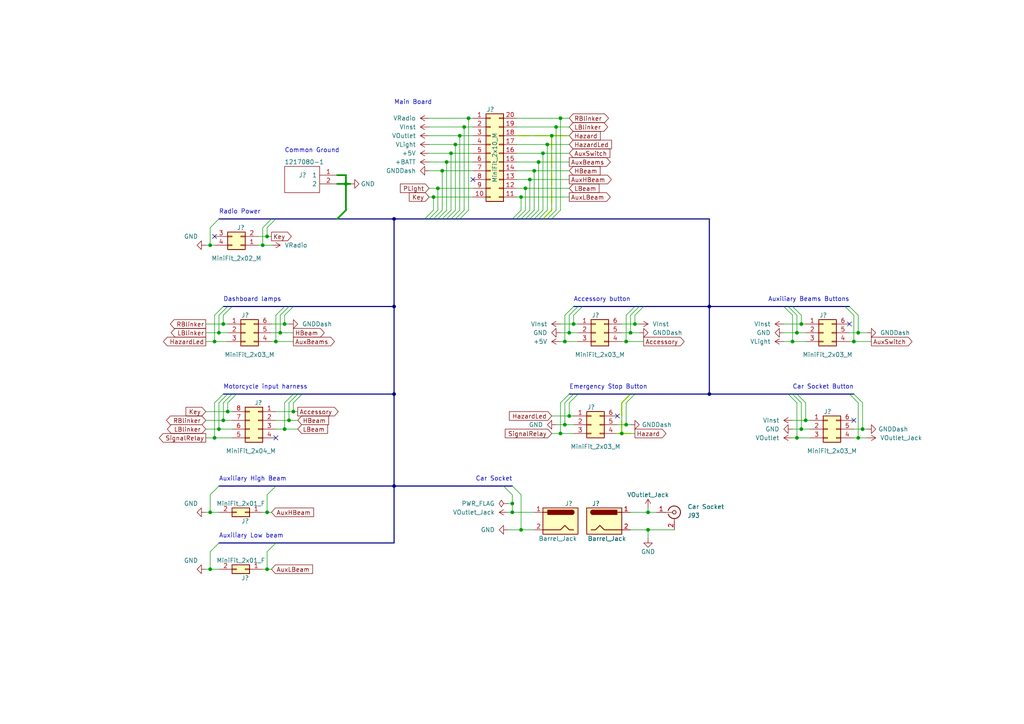
<source format=kicad_sch>
(kicad_sch (version 20230121) (generator eeschema)
  (paper "A4")
  (title_block (comment 1 "Wire gauge: 1mm² / 18AWG") (comment 3 "Labels at the cable harness are in reference to each connected component") (comment 4 "Labels are in reference to the local I/O scope boxes"))
  (lib_symbols
    (symbol "Connector:Barrel_Jack" (pin_names (offset 1.016))
      (property "Reference" "J" (at 0 5.334 0))
      (property "Value" "Barrel_Jack" (at 0 -5.08 0))
      (symbol "Barrel_Jack_1_1"
        (pin passive line (at 7.62 2.54 180) (length 2.54) (name "~") (number "1"))
        (pin passive line (at 7.62 -2.54 180) (length 2.54) (name "~") (number "2"))
      )
    )
    (symbol "Connector:Conn_Coaxial" (pin_names (offset 1.016) hide)
      (property "Reference" "J" (at 0.254 3.048 0))
      (property "Value" "Conn_Coaxial" (at 2.921 0 90))
      (symbol "Conn_Coaxial_1_1"
        (pin passive line (at -5.08 0 0) (length 2.54) (name "In") (number "1"))
        (pin passive line (at 0 -5.08 90) (length 2.54) (name "Ext") (number "2"))
      )
    )
    (symbol "Connector_Generic:Conn_02x01" (pin_names (offset 1.016) hide)
      (property "Reference" "J" (at 1.27 2.54 0))
      (property "Value" "Conn_02x01" (at 1.27 -2.54 0))
      (symbol "Conn_02x01_1_1"
        (pin passive line (at -5.08 0 0) (length 3.81) (name "Pin_1") (number "1"))
        (pin passive line (at 7.62 0 180) (length 3.81) (name "Pin_2") (number "2"))
      )
    )
    (symbol "Connector_Generic:Conn_02x02_Counter_Clockwise" (pin_names (offset 1.016) hide)
      (property "Reference" "J" (at 1.27 2.54 0))
      (property "Value" "Conn_02x02_Counter_Clockwise" (at 1.27 -5.08 0))
      (symbol "Conn_02x02_Counter_Clockwise_1_1"
        (pin passive line (at -5.08 0 0) (length 3.81) (name "Pin_1") (number "1"))
        (pin passive line (at -5.08 -2.54 0) (length 3.81) (name "Pin_2") (number "2"))
        (pin passive line (at 7.62 -2.54 180) (length 3.81) (name "Pin_3") (number "3"))
        (pin passive line (at 7.62 0 180) (length 3.81) (name "Pin_4") (number "4"))
      )
    )
    (symbol "Connector_Generic:Conn_02x03_Counter_Clockwise" (pin_names (offset 1.016) hide)
      (property "Reference" "J" (at 1.27 5.08 0))
      (property "Value" "Conn_02x03_Counter_Clockwise" (at 1.27 -5.08 0))
      (symbol "Conn_02x03_Counter_Clockwise_1_1"
        (pin passive line (at -5.08 2.54 0) (length 3.81) (name "Pin_1") (number "1"))
        (pin passive line (at -5.08 0 0) (length 3.81) (name "Pin_2") (number "2"))
        (pin passive line (at -5.08 -2.54 0) (length 3.81) (name "Pin_3") (number "3"))
        (pin passive line (at 7.62 -2.54 180) (length 3.81) (name "Pin_4") (number "4"))
        (pin passive line (at 7.62 0 180) (length 3.81) (name "Pin_5") (number "5"))
        (pin passive line (at 7.62 2.54 180) (length 3.81) (name "Pin_6") (number "6"))
      )
    )
    (symbol "Connector_Generic:Conn_02x04_Counter_Clockwise" (pin_names (offset 1.016) hide)
      (property "Reference" "J" (at 1.27 5.08 0))
      (property "Value" "Conn_02x04_Counter_Clockwise" (at 1.27 -7.62 0))
      (symbol "Conn_02x04_Counter_Clockwise_1_1"
        (pin passive line (at -5.08 2.54 0) (length 3.81) (name "Pin_1") (number "1"))
        (pin passive line (at -5.08 0 0) (length 3.81) (name "Pin_2") (number "2"))
        (pin passive line (at -5.08 -2.54 0) (length 3.81) (name "Pin_3") (number "3"))
        (pin passive line (at -5.08 -5.08 0) (length 3.81) (name "Pin_4") (number "4"))
        (pin passive line (at 7.62 -5.08 180) (length 3.81) (name "Pin_5") (number "5"))
        (pin passive line (at 7.62 -2.54 180) (length 3.81) (name "Pin_6") (number "6"))
        (pin passive line (at 7.62 0 180) (length 3.81) (name "Pin_7") (number "7"))
        (pin passive line (at 7.62 2.54 180) (length 3.81) (name "Pin_8") (number "8"))
      )
    )
    (symbol "Connector_Generic:Conn_02x10_Counter_Clockwise" (pin_names (offset 1.016) hide)
      (property "Reference" "J" (at 1.27 12.7 0))
      (property "Value" "Conn_02x10_Counter_Clockwise" (at 1.27 -15.24 0))
      (symbol "Conn_02x10_Counter_Clockwise_1_1"
        (pin passive line (at -5.08 10.16 0) (length 3.81) (name "Pin_1") (number "1"))
        (pin passive line (at -5.08 -12.7 0) (length 3.81) (name "Pin_10") (number "10"))
        (pin passive line (at 7.62 -12.7 180) (length 3.81) (name "Pin_11") (number "11"))
        (pin passive line (at 7.62 -10.16 180) (length 3.81) (name "Pin_12") (number "12"))
        (pin passive line (at 7.62 -7.62 180) (length 3.81) (name "Pin_13") (number "13"))
        (pin passive line (at 7.62 -5.08 180) (length 3.81) (name "Pin_14") (number "14"))
        (pin passive line (at 7.62 -2.54 180) (length 3.81) (name "Pin_15") (number "15"))
        (pin passive line (at 7.62 0 180) (length 3.81) (name "Pin_16") (number "16"))
        (pin passive line (at 7.62 2.54 180) (length 3.81) (name "Pin_17") (number "17"))
        (pin passive line (at 7.62 5.08 180) (length 3.81) (name "Pin_18") (number "18"))
        (pin passive line (at 7.62 7.62 180) (length 3.81) (name "Pin_19") (number "19"))
        (pin passive line (at -5.08 7.62 0) (length 3.81) (name "Pin_2") (number "2"))
        (pin passive line (at 7.62 10.16 180) (length 3.81) (name "Pin_20") (number "20"))
        (pin passive line (at -5.08 5.08 0) (length 3.81) (name "Pin_3") (number "3"))
        (pin passive line (at -5.08 2.54 0) (length 3.81) (name "Pin_4") (number "4"))
        (pin passive line (at -5.08 0 0) (length 3.81) (name "Pin_5") (number "5"))
        (pin passive line (at -5.08 -2.54 0) (length 3.81) (name "Pin_6") (number "6"))
        (pin passive line (at -5.08 -5.08 0) (length 3.81) (name "Pin_7") (number "7"))
        (pin passive line (at -5.08 -7.62 0) (length 3.81) (name "Pin_8") (number "8"))
        (pin passive line (at -5.08 -10.16 0) (length 3.81) (name "Pin_9") (number "9"))
      )
    )
    (symbol "GND_1" (power) (pin_names (offset 0))
      (property "Value" "GND_1" (at 0 -3.81 0))
      (symbol "GND_1_1_1"
        (pin power_in line (at 0 0 270) (length 0) hide (name "GND") (number "1"))
      )
    )
    (symbol "GND_2" (power) (pin_names (offset 0))
      (property "Value" "GND_2" (at 0 -3.81 0))
      (symbol "GND_2_1_1"
        (pin power_in line (at 0 0 270) (length 0) hide (name "GND") (number "1"))
      )
    )
    (symbol "GND_3" (power) (pin_names (offset 0))
      (property "Value" "GND_3" (at 0 -3.81 0))
      (symbol "GND_3_1_1"
        (pin power_in line (at 0 0 270) (length 0) hide (name "GND") (number "1"))
      )
    )
    (symbol "GND_6" (power) (pin_names (offset 0))
      (property "Value" "GND_6" (at 0 -3.81 0))
      (symbol "GND_6_1_1"
        (pin power_in line (at 0 0 270) (length 0) hide (name "GND") (number "1"))
      )
    )
    (symbol "GND_8" (power) (pin_names (offset 0))
      (property "Value" "GND_8" (at 0 -3.81 0))
      (symbol "GND_8_1_1"
        (pin power_in line (at 0 0 270) (length 0) hide (name "GND") (number "1"))
      )
    )
    (symbol "Local Components:GNDDash" (power) (pin_names (offset 0))
      (property "Value" "GNDDash" (at 0 -3.81 0))
      (symbol "GNDDash_1_1"
        (pin power_in line (at 0 0 270) (length 0) hide (name "GNDDash") (number "1"))
      )
    )
    (symbol "Local Components:VOutlet_Jack" (power) (pin_names (offset 0))
      (property "Value" "VOutlet_Jack" (at 0 3.556 0))
      (symbol "VOutlet_Jack_1_1"
        (pin power_in line (at 0 0 90) (length 0) hide (name "VOutlet_Jack") (number "1"))
      )
    )
    (symbol "Local Components:VRadio" (power) (pin_names (offset 0))
      (property "Value" "VRadio" (at 0 3.556 0))
      (symbol "VRadio_1_1"
        (pin power_in line (at 0 0 90) (length 0) hide (name "VRadio") (number "1"))
      )
    )
    (symbol "SamacSys_Parts:1217080-1" (pin_names (offset 0.762))
      (property "Reference" "J" (at 16.51 7.62 0))
      (property "Value" "1217080-1" (at 16.51 5.08 0))
      (symbol "1217080-1_0_0"
        (pin passive line (at 0 0 0) (length 5.08) (name "1") (number "1"))
        (pin passive line (at 0 -2.54 0) (length 5.08) (name "2") (number "2"))
      )
    )
    (symbol "VInst_2" (power) (pin_names (offset 0))
      (property "Value" "VInst_2" (at -3.81 0.0001 90))
      (symbol "VInst_2_1_1"
        (pin power_in line (at 0 0 90) (length 0) hide (name "VInst") (number "1"))
      )
    )
    (symbol "VLight_1" (power) (pin_names (offset 0))
      (property "Value" "VLight_1" (at -3.81 0.0001 90))
      (symbol "VLight_1_1_1"
        (pin power_in line (at 0 0 90) (length 0) hide (name "VLight") (number "1"))
      )
    )
    (symbol "VOutlet_1" (power) (pin_names (offset 0))
      (property "Value" "VOutlet_1" (at -3.81 0.0001 90))
      (symbol "VOutlet_1_1_1"
        (pin power_in line (at 0 0 90) (length 0) hide (name "VOutlet") (number "1"))
      )
    )
    (symbol "power:+5V" (power) (pin_names (offset 0))
      (property "Value" "+5V" (at 0 3.556 0))
      (symbol "+5V_1_1"
        (pin power_in line (at 0 0 90) (length 0) hide (name "+5V") (number "1"))
      )
    )
    (symbol "power:+BATT" (power) (pin_names (offset 0))
      (property "Value" "+BATT" (at 0 3.556 0))
      (symbol "+BATT_1_1"
        (pin power_in line (at 0 0 90) (length 0) hide (name "+BATT") (number "1"))
      )
    )
    (symbol "power:GND" (power) (pin_names (offset 0))
      (property "Value" "GND" (at 0 -3.81 0))
      (symbol "GND_1_1"
        (pin power_in line (at 0 0 270) (length 0) hide (name "GND") (number "1"))
      )
    )
    (symbol "power:PWR_FLAG" (power) (pin_numbers hide) (pin_names (offset 0) hide)
      (property "Value" "PWR_FLAG" (at 0 3.81 0))
      (symbol "PWR_FLAG_0_0"
        (pin power_out line (at 0 0 90) (length 0) (name "pwr") (number "1"))
      )
    )
  )
  (junction (at 157.48 44.45))
  (junction (at 180.34 125.73))
  (junction (at 231.14 96.52))
  (junction (at 128.27 49.53))
  (junction (at 165.1 120.65))
  (junction (at 60.96 71.12))
  (junction (at 163.83 99.06))
  (junction (at 181.61 99.06))
  (junction (at 229.87 99.06))
  (junction (at 64.77 93.98))
  (junction (at 165.1 96.52))
  (junction (at 184.15 93.98))
  (junction (at 81.28 96.52))
  (junction (at 114.3 88.9))
  (junction (at 63.5 96.52))
  (junction (at 82.55 124.46))
  (junction (at 148.59 146.05))
  (junction (at 135.89 34.29))
  (junction (at 187.96 153.67))
  (junction (at 166.37 93.98))
  (junction (at 66.04 119.38))
  (junction (at 161.29 36.83))
  (junction (at 114.3 140.97))
  (junction (at 205.74 88.9))
  (junction (at 77.47 148.59))
  (junction (at 156.21 46.99))
  (junction (at 129.54 46.99))
  (junction (at 114.3 63.5))
  (junction (at 248.92 127))
  (junction (at 232.41 124.46))
  (junction (at 250.19 124.46))
  (junction (at 231.14 127))
  (junction (at 82.55 93.98))
  (junction (at 83.82 121.92))
  (junction (at 151.13 57.15))
  (junction (at 80.01 99.06))
  (junction (at 153.67 52.07))
  (junction (at 60.96 165.1))
  (junction (at 77.47 165.1))
  (junction (at 181.61 123.19))
  (junction (at 160.02 39.37))
  (junction (at 127 54.61))
  (junction (at 62.23 127))
  (junction (at 158.75 41.91))
  (junction (at 85.09 119.38))
  (junction (at 130.81 44.45))
  (junction (at 125.73 57.15))
  (junction (at 76.2 71.12))
  (junction (at 64.77 121.92))
  (junction (at 162.56 125.73))
  (junction (at 187.96 148.59))
  (junction (at 247.65 99.06))
  (junction (at 60.96 148.59))
  (junction (at 232.41 93.98))
  (junction (at 154.94 49.53))
  (junction (at 248.92 96.52))
  (junction (at 148.59 148.59))
  (junction (at 114.3 114.3))
  (junction (at 132.08 41.91))
  (junction (at 163.83 123.19))
  (junction (at 152.4 54.61))
  (junction (at 151.13 153.67))
  (junction (at 133.35 39.37))
  (junction (at 100.33 53.34))
  (junction (at 62.23 99.06))
  (junction (at 182.88 96.52))
  (junction (at 63.5 124.46))
  (junction (at 77.47 68.58))
  (junction (at 233.68 121.92))
  (junction (at 162.56 34.29))
  (junction (at 134.62 36.83))
  (junction (at 205.74 114.3))
  (no_connect (at 62.23 68.58))
  (no_connect (at 247.65 121.92))
  (no_connect (at 179.07 120.65))
  (no_connect (at 80.01 127))
  (no_connect (at 246.38 93.98))
  (no_connect (at 137.16 52.07))
  (bus_entry (at 246.38 88.9) (size 2.54 2.54))
  (bus_entry (at 151.13 63.5) (size 2.54 -2.54))
  (bus_entry (at 128.27 63.5) (size 2.54 -2.54))
  (bus_entry (at 129.54 63.5) (size 2.54 -2.54))
  (bus_entry (at 165.1 91.44) (size 2.54 -2.54))
  (bus_entry (at 125.73 63.5) (size 2.54 -2.54))
  (bus_entry (at 231.14 114.3) (size 2.54 2.54))
  (bus_entry (at 85.09 116.84) (size 2.54 -2.54))
  (bus_entry (at 167.64 114.3) (size -2.54 2.54))
  (bus_entry (at 63.5 140.97) (size -2.54 2.54))
  (bus_entry (at 97.79 63.5) (size 2.54 -2.54) (stroke (width 0.5)))
  (bus_entry (at 163.83 91.44) (size 2.54 -2.54))
  (bus_entry (at 247.65 114.3) (size 2.54 2.54))
  (bus_entry (at 229.87 88.9) (size 2.54 2.54))
  (bus_entry (at 157.48 63.5) (size 2.54 -2.54))
  (bus_entry (at 152.4 63.5) (size 2.54 -2.54))
  (bus_entry (at 124.46 63.5) (size 2.54 -2.54))
  (bus_entry (at 181.61 91.44) (size 2.54 -2.54))
  (bus_entry (at 80.01 157.48) (size -2.54 2.54))
  (bus_entry (at 245.11 88.9) (size 2.54 2.54))
  (bus_entry (at 160.02 63.5) (size 2.54 -2.54))
  (bus_entry (at 154.94 63.5) (size 2.54 -2.54))
  (bus_entry (at 130.81 63.5) (size 2.54 -2.54))
  (bus_entry (at 148.59 63.5) (size 2.54 -2.54))
  (bus_entry (at 182.88 91.44) (size 2.54 -2.54))
  (bus_entry (at 67.31 88.9) (size -2.54 2.54))
  (bus_entry (at 228.6 88.9) (size 2.54 2.54))
  (bus_entry (at 133.35 63.5) (size 2.54 -2.54))
  (bus_entry (at 127 63.5) (size 2.54 -2.54))
  (bus_entry (at 63.5 63.5) (size -2.54 2.54))
  (bus_entry (at 184.15 91.44) (size 2.54 -2.54))
  (bus_entry (at 229.87 114.3) (size 2.54 2.54))
  (bus_entry (at 82.55 116.84) (size 2.54 -2.54))
  (bus_entry (at 153.67 63.5) (size 2.54 -2.54))
  (bus_entry (at 165.1 114.3) (size -2.54 2.54))
  (bus_entry (at 158.75 63.5) (size 2.54 -2.54))
  (bus_entry (at 80.01 63.5) (size -2.54 2.54))
  (bus_entry (at 81.28 91.44) (size 2.54 -2.54))
  (bus_entry (at 146.05 140.97) (size 2.54 2.54))
  (bus_entry (at 80.01 91.44) (size 2.54 -2.54))
  (bus_entry (at 62.23 116.84) (size 2.54 -2.54))
  (bus_entry (at 166.37 91.44) (size 2.54 -2.54))
  (bus_entry (at 132.08 63.5) (size 2.54 -2.54))
  (bus_entry (at 85.09 88.9) (size -2.54 2.54))
  (bus_entry (at 148.59 140.97) (size 2.54 2.54))
  (bus_entry (at 66.04 116.84) (size 2.54 -2.54))
  (bus_entry (at 64.77 88.9) (size -2.54 2.54))
  (bus_entry (at 228.6 114.3) (size 2.54 2.54))
  (bus_entry (at 246.38 114.3) (size 2.54 2.54))
  (bus_entry (at 83.82 116.84) (size 2.54 -2.54))
  (bus_entry (at 63.5 157.48) (size -2.54 2.54))
  (bus_entry (at 166.37 114.3) (size -2.54 2.54))
  (bus_entry (at 227.33 88.9) (size 2.54 2.54))
  (bus_entry (at 156.21 63.5) (size 2.54 -2.54))
  (bus_entry (at 66.04 88.9) (size -2.54 2.54))
  (bus_entry (at 63.5 116.84) (size 2.54 -2.54))
  (bus_entry (at 182.88 114.3) (size -2.54 2.54))
  (bus_entry (at 78.74 63.5) (size -2.54 2.54))
  (bus_entry (at 64.77 116.84) (size 2.54 -2.54))
  (bus_entry (at 80.01 140.97) (size -2.54 2.54))
  (bus_entry (at 123.19 63.5) (size 2.54 -2.54))
  (bus_entry (at 184.15 114.3) (size -2.54 2.54))
  (bus_entry (at 149.86 63.5) (size 2.54 -2.54))
  (wire (pts (xy 179.07 125.73) (xy 180.34 125.73)))
  (bus (pts (xy 80.01 63.5) (xy 78.74 63.5)))
  (wire (pts (xy 162.56 99.06) (xy 163.83 99.06)))
  (wire (pts (xy 231.14 127) (xy 234.95 127)))
  (wire (pts (xy 85.09 116.84) (xy 85.09 119.38)))
  (wire (pts (xy 62.23 99.06) (xy 66.04 99.06)))
  (wire (pts (xy 181.61 99.06) (xy 186.69 99.06)))
  (bus (pts (xy 114.3 88.9) (xy 114.3 114.3)))
  (wire (pts (xy 80.01 91.44) (xy 80.01 99.06)))
  (wire (pts (xy 63.5 96.52) (xy 66.04 96.52)))
  (bus (pts (xy 124.46 63.5) (xy 125.73 63.5)))
  (wire (pts (xy 163.83 123.19) (xy 163.83 116.84)))
  (bus (pts (xy 114.3 63.5) (xy 114.3 88.9)))
  (bus (pts (xy 245.11 88.9) (xy 246.38 88.9)))
  (wire (pts (xy 165.1 120.65) (xy 166.37 120.65)))
  (wire (pts (xy 160.02 39.37) (xy 160.02 60.96)))
  (bus (pts (xy 68.58 114.3) (xy 85.09 114.3)))
  (wire (pts (xy 63.5 165.1) (xy 60.96 165.1)))
  (bus (pts (xy 97.79 63.5) (xy 114.3 63.5)))
  (bus (pts (xy 66.04 114.3) (xy 67.31 114.3)))
  (wire (pts (xy 147.32 148.59) (xy 148.59 148.59)))
  (bus (pts (xy 231.14 114.3) (xy 246.38 114.3)))
  (wire (pts (xy 66.04 119.38) (xy 66.04 116.84)))
  (wire (pts (xy 82.55 116.84) (xy 82.55 124.46)))
  (wire (pts (xy 77.47 148.59) (xy 76.2 148.59)))
  (bus (pts (xy 184.15 114.3) (xy 205.74 114.3)))
  (wire (pts (xy 147.32 153.67) (xy 151.13 153.67)))
  (wire (pts (xy 78.74 165.1) (xy 77.47 165.1)))
  (bus (pts (xy 82.55 88.9) (xy 83.82 88.9)))
  (bus (pts (xy 80.01 140.97) (xy 114.3 140.97)))
  (wire (pts (xy 78.74 71.12) (xy 76.2 71.12)))
  (wire (pts (xy 149.86 57.15) (xy 151.13 57.15)))
  (bus (pts (xy 166.37 114.3) (xy 167.64 114.3)))
  (wire (pts (xy 233.68 121.92) (xy 234.95 121.92)))
  (bus (pts (xy 153.67 63.5) (xy 154.94 63.5)))
  (bus (pts (xy 68.58 114.3) (xy 67.31 114.3)))
  (wire (pts (xy 127 54.61) (xy 137.16 54.61)))
  (wire (pts (xy 82.55 91.44) (xy 82.55 93.98)))
  (wire (pts (xy 128.27 49.53) (xy 137.16 49.53)))
  (bus (pts (xy 114.3 114.3) (xy 114.3 140.97)))
  (polyline (pts (xy 180.34 116.84) (xy 180.34 125.73)) (stroke (width 0.35) (type dash) (color 255 255 0 1)))
  (wire (pts (xy 165.1 34.29) (xy 162.56 34.29)))
  (bus (pts (xy 151.13 63.5) (xy 152.4 63.5)))
  (wire (pts (xy 250.19 124.46) (xy 251.46 124.46)))
  (bus (pts (xy 66.04 88.9) (xy 67.31 88.9)))
  (bus (pts (xy 148.59 63.5) (xy 149.86 63.5)))
  (wire (pts (xy 232.41 116.84) (xy 232.41 124.46)))
  (wire (pts (xy 162.56 96.52) (xy 165.1 96.52)))
  (wire (pts (xy 248.92 116.84) (xy 248.92 127)))
  (bus (pts (xy 133.35 63.5) (xy 148.59 63.5)))
  (wire (pts (xy 124.46 49.53) (xy 128.27 49.53)))
  (wire (pts (xy 229.87 99.06) (xy 233.68 99.06)))
  (bus (pts (xy 80.01 63.5) (xy 97.79 63.5)))
  (wire (pts (xy 248.92 91.44) (xy 248.92 96.52)))
  (wire (pts (xy 62.23 71.12) (xy 60.96 71.12)))
  (wire (pts (xy 77.47 165.1) (xy 76.2 165.1)))
  (wire (pts (xy 130.81 44.45) (xy 137.16 44.45)))
  (wire (pts (xy 62.23 116.84) (xy 62.23 127)))
  (wire (pts (xy 247.65 99.06) (xy 252.73 99.06)))
  (bus (pts (xy 129.54 63.5) (xy 130.81 63.5)))
  (bus (pts (xy 63.5 157.48) (xy 80.01 157.48)))
  (wire (pts (xy 59.69 96.52) (xy 63.5 96.52)))
  (wire (pts (xy 149.86 44.45) (xy 157.48 44.45)))
  (wire (pts (xy 162.56 116.84) (xy 162.56 125.73)))
  (bus (pts (xy 165.1 114.3) (xy 166.37 114.3)))
  (bus (pts (xy 114.3 63.5) (xy 123.19 63.5)))
  (wire (pts (xy 149.86 41.91) (xy 158.75 41.91)))
  (wire (pts (xy 184.15 93.98) (xy 185.42 93.98)))
  (bus (pts (xy 158.75 63.5) (xy 160.02 63.5)))
  (bus (pts (xy 157.48 63.5) (xy 158.75 63.5)))
  (wire (pts (xy 248.92 127) (xy 251.46 127)))
  (wire (pts (xy 181.61 91.44) (xy 181.61 99.06)))
  (wire (pts (xy 157.48 44.45) (xy 165.1 44.45)))
  (wire (pts (xy 180.34 116.84) (xy 180.34 125.73)))
  (wire (pts (xy 81.28 96.52) (xy 85.09 96.52)))
  (wire (pts (xy 60.96 165.1) (xy 60.96 160.02)))
  (bus (pts (xy 86.36 114.3) (xy 87.63 114.3)))
  (wire (pts (xy 76.2 71.12) (xy 74.93 71.12)))
  (wire (pts (xy 124.46 44.45) (xy 130.81 44.45)))
  (wire (pts (xy 124.46 54.61) (xy 127 54.61)))
  (wire (pts (xy 59.69 119.38) (xy 66.04 119.38)))
  (bus (pts (xy 80.01 157.48) (xy 114.3 157.48)))
  (wire (pts (xy 62.23 91.44) (xy 62.23 99.06)))
  (bus (pts (xy 128.27 63.5) (xy 129.54 63.5)))
  (wire (pts (xy 77.47 165.1) (xy 77.47 160.02)))
  (polyline (pts (xy 179.07 125.73) (xy 182.88 125.73)) (stroke (width 0.35) (type dash) (color 255 255 0 1)))
  (wire (pts (xy 165.1 96.52) (xy 167.64 96.52)))
  (bus (pts (xy 63.5 140.97) (xy 80.01 140.97)))
  (wire (pts (xy 60.96 66.04) (xy 60.96 71.12)))
  (wire (pts (xy 247.65 124.46) (xy 250.19 124.46)))
  (wire (pts (xy 156.21 46.99) (xy 156.21 60.96)))
  (wire (pts (xy 124.46 39.37) (xy 133.35 39.37)))
  (bus (pts (xy 152.4 63.5) (xy 153.67 63.5)))
  (wire (pts (xy 59.69 71.12) (xy 60.96 71.12)))
  (wire (pts (xy 187.96 156.21) (xy 187.96 153.67)))
  (polyline (pts (xy 160.02 39.37) (xy 160.02 60.96)) (stroke (width 0.35) (type dash) (color 255 255 0 1)))
  (wire (pts (xy 133.35 39.37) (xy 137.16 39.37)))
  (wire (pts (xy 165.1 39.37) (xy 160.02 39.37)))
  (wire (pts (xy 127 54.61) (xy 127 60.96)))
  (wire (pts (xy 158.75 41.91) (xy 158.75 60.96)))
  (wire (pts (xy 62.23 127) (xy 67.31 127)))
  (wire (pts (xy 124.46 34.29) (xy 135.89 34.29)))
  (wire (pts (xy 165.1 36.83) (xy 161.29 36.83)))
  (wire (pts (xy 182.88 148.59) (xy 187.96 148.59)))
  (wire (pts (xy 80.01 124.46) (xy 82.55 124.46)))
  (wire (pts (xy 163.83 123.19) (xy 166.37 123.19)))
  (wire (pts (xy 182.88 91.44) (xy 182.88 96.52)))
  (wire (pts (xy 60.96 165.1) (xy 59.69 165.1)))
  (polyline (pts (xy 157.48 63.5) (xy 160.02 60.96)) (stroke (width 0.35) (type dash) (color 255 255 0 1)))
  (wire (pts (xy 149.86 46.99) (xy 156.21 46.99)))
  (wire (pts (xy 149.86 39.37) (xy 160.02 39.37)))
  (wire (pts (xy 64.77 91.44) (xy 64.77 93.98)))
  (wire (pts (xy 128.27 49.53) (xy 128.27 60.96)))
  (wire (pts (xy 165.1 46.99) (xy 156.21 46.99)))
  (wire (pts (xy 180.34 125.73) (xy 184.15 125.73)))
  (wire (pts (xy 166.37 93.98) (xy 167.64 93.98)))
  (wire (pts (xy 124.46 36.83) (xy 134.62 36.83)))
  (wire (pts (xy 63.5 148.59) (xy 60.96 148.59)))
  (wire (pts (xy 80.01 121.92) (xy 83.82 121.92)))
  (wire (pts (xy 59.69 121.92) (xy 64.77 121.92)))
  (wire (pts (xy 152.4 54.61) (xy 152.4 60.96)))
  (wire (pts (xy 182.88 123.19) (xy 181.61 123.19)))
  (wire (pts (xy 64.77 121.92) (xy 67.31 121.92)))
  (bus (pts (xy 205.74 63.5) (xy 205.74 88.9)))
  (wire (pts (xy 166.37 91.44) (xy 166.37 93.98)))
  (wire (pts (xy 165.1 91.44) (xy 165.1 96.52)))
  (wire (pts (xy 232.41 93.98) (xy 233.68 93.98)))
  (wire (pts (xy 151.13 143.51) (xy 151.13 153.67)))
  (bus (pts (xy 228.6 114.3) (xy 229.87 114.3)))
  (wire (pts (xy 153.67 52.07) (xy 153.67 60.96)))
  (wire (pts (xy 181.61 116.84) (xy 181.61 123.19)))
  (wire (pts (xy 154.94 49.53) (xy 154.94 60.96)))
  (wire (pts (xy 83.82 121.92) (xy 86.36 121.92)))
  (bus (pts (xy 85.09 88.9) (xy 83.82 88.9)))
  (bus (pts (xy 67.31 88.9) (xy 82.55 88.9)))
  (bus (pts (xy 186.69 88.9) (xy 205.74 88.9)))
  (bus (pts (xy 246.38 114.3) (xy 247.65 114.3)))
  (wire (pts (xy 229.87 124.46) (xy 232.41 124.46)))
  (wire (pts (xy 59.69 127) (xy 62.23 127)))
  (wire (pts (xy 190.5 148.59) (xy 187.96 148.59)))
  (wire (pts (xy 165.1 120.65) (xy 165.1 116.84)))
  (wire (pts (xy 100.33 50.8) (xy 100.33 53.34)) (stroke (width 0.5)))
  (bus (pts (xy 114.3 140.97) (xy 114.3 157.48)))
  (bus (pts (xy 228.6 88.9) (xy 229.87 88.9)))
  (wire (pts (xy 162.56 34.29) (xy 162.56 60.96)))
  (bus (pts (xy 114.3 114.3) (xy 87.63 114.3)))
  (wire (pts (xy 247.65 91.44) (xy 247.65 99.06)))
  (bus (pts (xy 85.09 88.9) (xy 114.3 88.9)))
  (wire (pts (xy 227.33 96.52) (xy 231.14 96.52)))
  (wire (pts (xy 229.87 91.44) (xy 229.87 99.06)))
  (wire (pts (xy 246.38 99.06) (xy 247.65 99.06)))
  (wire (pts (xy 231.14 116.84) (xy 231.14 127)))
  (bus (pts (xy 123.19 63.5) (xy 124.46 63.5)))
  (wire (pts (xy 180.34 93.98) (xy 184.15 93.98)))
  (bus (pts (xy 184.15 88.9) (xy 185.42 88.9)))
  (wire (pts (xy 149.86 34.29) (xy 162.56 34.29)))
  (wire (pts (xy 162.56 93.98) (xy 166.37 93.98)))
  (bus (pts (xy 166.37 88.9) (xy 167.64 88.9)))
  (bus (pts (xy 205.74 88.9) (xy 205.74 114.3)))
  (wire (pts (xy 148.59 143.51) (xy 148.59 146.05)))
  (wire (pts (xy 64.77 116.84) (xy 64.77 121.92)))
  (wire (pts (xy 132.08 41.91) (xy 132.08 60.96)))
  (wire (pts (xy 134.62 36.83) (xy 134.62 60.96)))
  (wire (pts (xy 157.48 44.45) (xy 157.48 60.96)))
  (wire (pts (xy 227.33 99.06) (xy 229.87 99.06)))
  (wire (pts (xy 160.02 120.65) (xy 165.1 120.65)))
  (bus (pts (xy 64.77 114.3) (xy 66.04 114.3)))
  (bus (pts (xy 205.74 88.9) (xy 227.33 88.9)))
  (wire (pts (xy 250.19 116.84) (xy 250.19 124.46)))
  (bus (pts (xy 156.21 63.5) (xy 157.48 63.5)))
  (wire (pts (xy 148.59 146.05) (xy 147.32 146.05)))
  (wire (pts (xy 162.56 125.73) (xy 166.37 125.73)))
  (wire (pts (xy 187.96 147.32) (xy 187.96 148.59)))
  (wire (pts (xy 77.47 66.04) (xy 77.47 68.58)))
  (wire (pts (xy 247.65 127) (xy 248.92 127)))
  (wire (pts (xy 181.61 123.19) (xy 179.07 123.19)))
  (wire (pts (xy 231.14 96.52) (xy 233.68 96.52)))
  (wire (pts (xy 160.02 125.73) (xy 162.56 125.73)))
  (bus (pts (xy 182.88 114.3) (xy 184.15 114.3)))
  (wire (pts (xy 59.69 93.98) (xy 64.77 93.98)))
  (wire (pts (xy 125.73 57.15) (xy 125.73 60.96)))
  (wire (pts (xy 124.46 57.15) (xy 125.73 57.15)))
  (wire (pts (xy 227.33 93.98) (xy 232.41 93.98)))
  (wire (pts (xy 63.5 124.46) (xy 67.31 124.46)))
  (wire (pts (xy 82.55 124.46) (xy 86.36 124.46)))
  (bus (pts (xy 114.3 140.97) (xy 146.05 140.97)))
  (wire (pts (xy 135.89 34.29) (xy 135.89 60.96)))
  (wire (pts (xy 80.01 119.38) (xy 85.09 119.38)))
  (wire (pts (xy 78.74 148.59) (xy 77.47 148.59)))
  (wire (pts (xy 246.38 96.52) (xy 248.92 96.52)))
  (wire (pts (xy 77.47 68.58) (xy 74.93 68.58)))
  (bus (pts (xy 85.09 114.3) (xy 86.36 114.3)))
  (wire (pts (xy 97.79 50.8) (xy 100.33 50.8)) (stroke (width 0.5)))
  (bus (pts (xy 167.64 114.3) (xy 182.88 114.3)))
  (wire (pts (xy 187.96 153.67) (xy 195.58 153.67)))
  (bus (pts (xy 132.08 63.5) (xy 133.35 63.5)))
  (wire (pts (xy 148.59 148.59) (xy 154.94 148.59)))
  (bus (pts (xy 146.05 140.97) (xy 148.59 140.97)))
  (wire (pts (xy 134.62 36.83) (xy 137.16 36.83)))
  (wire (pts (xy 81.28 91.44) (xy 81.28 96.52)))
  (wire (pts (xy 78.74 68.58) (xy 77.47 68.58)))
  (wire (pts (xy 184.15 91.44) (xy 184.15 93.98)))
  (wire (pts (xy 97.79 53.34) (xy 100.33 53.34)) (stroke (width 0.5)))
  (bus (pts (xy 127 63.5) (xy 128.27 63.5)))
  (wire (pts (xy 63.5 116.84) (xy 63.5 124.46)))
  (bus (pts (xy 64.77 88.9) (xy 66.04 88.9)))
  (wire (pts (xy 232.41 124.46) (xy 234.95 124.46)))
  (wire (pts (xy 135.89 34.29) (xy 137.16 34.29)))
  (bus (pts (xy 154.94 63.5) (xy 156.21 63.5)))
  (wire (pts (xy 248.92 96.52) (xy 251.46 96.52)))
  (wire (pts (xy 76.2 66.04) (xy 76.2 71.12)))
  (polyline (pts (xy 149.86 39.37) (xy 165.1 39.37)) (stroke (width 0.35) (type dash) (color 255 255 0 1)))
  (wire (pts (xy 149.86 52.07) (xy 153.67 52.07)))
  (wire (pts (xy 182.88 153.67) (xy 187.96 153.67)))
  (wire (pts (xy 129.54 46.99) (xy 129.54 60.96)))
  (wire (pts (xy 80.01 99.06) (xy 85.09 99.06)))
  (wire (pts (xy 82.55 93.98) (xy 83.82 93.98)))
  (wire (pts (xy 63.5 91.44) (xy 63.5 96.52)))
  (polyline (pts (xy 180.34 116.84) (xy 182.88 114.3)) (stroke (width 0.35) (type dash) (color 255 255 0 1)))
  (wire (pts (xy 152.4 54.61) (xy 149.86 54.61)))
  (bus (pts (xy 229.87 114.3) (xy 231.14 114.3)))
  (wire (pts (xy 148.59 146.05) (xy 148.59 148.59)))
  (wire (pts (xy 232.41 91.44) (xy 232.41 93.98)))
  (wire (pts (xy 60.96 148.59) (xy 60.96 143.51)))
  (bus (pts (xy 229.87 88.9) (xy 245.11 88.9)))
  (wire (pts (xy 83.82 116.84) (xy 83.82 121.92)))
  (wire (pts (xy 124.46 41.91) (xy 132.08 41.91)))
  (wire (pts (xy 151.13 57.15) (xy 165.1 57.15)))
  (wire (pts (xy 180.34 96.52) (xy 182.88 96.52)))
  (wire (pts (xy 229.87 121.92) (xy 233.68 121.92)))
  (wire (pts (xy 161.29 123.19) (xy 163.83 123.19)))
  (bus (pts (xy 130.81 63.5) (xy 132.08 63.5)))
  (bus (pts (xy 63.5 63.5) (xy 78.74 63.5)))
  (wire (pts (xy 161.29 36.83) (xy 161.29 60.96)))
  (wire (pts (xy 233.68 116.84) (xy 233.68 121.92)))
  (wire (pts (xy 182.88 96.52) (xy 185.42 96.52)))
  (wire (pts (xy 78.74 96.52) (xy 81.28 96.52)))
  (bus (pts (xy 125.73 63.5) (xy 127 63.5)))
  (wire (pts (xy 66.04 119.38) (xy 67.31 119.38)))
  (wire (pts (xy 151.13 57.15) (xy 151.13 60.96)))
  (wire (pts (xy 231.14 91.44) (xy 231.14 96.52)))
  (wire (pts (xy 124.46 46.99) (xy 129.54 46.99)))
  (bus (pts (xy 205.74 114.3) (xy 228.6 114.3)))
  (wire (pts (xy 165.1 54.61) (xy 152.4 54.61)))
  (wire (pts (xy 132.08 41.91) (xy 137.16 41.91)))
  (bus (pts (xy 167.64 88.9) (xy 168.91 88.9)))
  (wire (pts (xy 163.83 99.06) (xy 167.64 99.06)))
  (wire (pts (xy 59.69 124.46) (xy 63.5 124.46)))
  (wire (pts (xy 59.69 99.06) (xy 62.23 99.06)))
  (bus (pts (xy 160.02 63.5) (xy 205.74 63.5)))
  (wire (pts (xy 78.74 99.06) (xy 80.01 99.06)))
  (bus (pts (xy 227.33 88.9) (xy 228.6 88.9)))
  (wire (pts (xy 149.86 36.83) (xy 161.29 36.83)))
  (wire (pts (xy 154.94 49.53) (xy 165.1 49.53)))
  (wire (pts (xy 85.09 119.38) (xy 86.36 119.38)))
  (wire (pts (xy 153.67 52.07) (xy 165.1 52.07)))
  (wire (pts (xy 137.16 46.99) (xy 129.54 46.99)))
  (wire (pts (xy 149.86 49.53) (xy 154.94 49.53)))
  (wire (pts (xy 133.35 39.37) (xy 133.35 60.96)))
  (wire (pts (xy 163.83 91.44) (xy 163.83 99.06)))
  (wire (pts (xy 100.33 53.34) (xy 100.33 60.96)) (stroke (width 0.5)))
  (wire (pts (xy 60.96 148.59) (xy 59.69 148.59)))
  (bus (pts (xy 149.86 63.5) (xy 151.13 63.5)))
  (wire (pts (xy 78.74 93.98) (xy 82.55 93.98)))
  (wire (pts (xy 158.75 41.91) (xy 165.1 41.91)))
  (wire (pts (xy 125.73 57.15) (xy 137.16 57.15)))
  (wire (pts (xy 180.34 99.06) (xy 181.61 99.06)))
  (wire (pts (xy 130.81 44.45) (xy 130.81 60.96)))
  (wire (pts (xy 151.13 153.67) (xy 154.94 153.67)))
  (wire (pts (xy 77.47 148.59) (xy 77.47 143.51)))
  (bus (pts (xy 168.91 88.9) (xy 184.15 88.9)))
  (wire (pts (xy 229.87 127) (xy 231.14 127)))
  (bus (pts (xy 185.42 88.9) (xy 186.69 88.9)))
  (wire (pts (xy 64.77 93.98) (xy 66.04 93.98)))
  (wire (pts (xy 100.33 53.34) (xy 101.6 53.34)) (stroke (width 0.5)))
  (text "Radio Power" (at 63.5 62.23 0) (effects (font (size 1.27 1.27)) (justify left bottom)))
  (text "Car Socket Button" (at 247.65 113.03 0) (effects (font (size 1.27 1.27)) (justify right bottom)))
  (text "Main Board" (at 114.3 30.48 0) (effects (font (size 1.27 1.27)) (justify left bottom)))
  (text "Accessory button" (at 166.37 87.63 0) (effects (font (size 1.27 1.27)) (justify left bottom)))
  (text "Auxiliary Beams Buttons" (at 246.38 87.63 0) (effects (font (size 1.27 1.27)) (justify right bottom)))
  (text "Car Socket" (at 148.59 139.7 0) (effects (font (size 1.27 1.27)) (justify right bottom)))
  (text "Auxiliary Low beam" (at 63.5 156.21 0) (effects (font (size 1.27 1.27)) (justify left bottom)))
  (text "Dashboard lamps" (at 64.77 87.63 0) (effects (font (size 1.27 1.27)) (justify left bottom)))
  (text "Common Ground" (at 82.55 44.45 0) (effects (font (size 1.27 1.27)) (justify left bottom)))
  (text "Emergency Stop Button" (at 165.1 113.03 0) (effects (font (size 1.27 1.27)) (justify left bottom)))
  (text "Auxiliary High Beam" (at 63.5 139.7 0) (effects (font (size 1.27 1.27)) (justify left bottom)))
  (text "Motorcycle input harness" (at 64.77 113.03 0) (effects (font (size 1.27 1.27)) (justify left bottom)))
  (global_label "RBlinker" (shape output) (at 59.69 93.98 180) (property "Intersheetrefs" "${INTERSHEET_REFS}" (effects hide)))
  (global_label "RBlinker" (shape bidirectional) (at 165.1 34.29 0) (property "Intersheetrefs" "${INTERSHEET_REFS}" (effects hide)))
  (global_label "AuxBeams" (shape output) (at 85.09 99.06 0) (property "Intersheetrefs" "${INTERSHEET_REFS}" (effects hide)))
  (global_label "AuxHBeam" (shape output) (at 165.1 52.07 0) (property "Intersheetrefs" "${INTERSHEET_REFS}" (effects hide)))
  (global_label "HBeam" (shape input) (at 86.36 121.92 0) (property "Intersheetrefs" "${INTERSHEET_REFS}" (effects hide)))
  (global_label "Hazard" (shape input) (at 165.1 39.37 0) (property "Intersheetrefs" "${INTERSHEET_REFS}" (effects hide)))
  (global_label "Key" (shape output) (at 78.74 68.58 0) (property "Intersheetrefs" "${INTERSHEET_REFS}" (effects hide)))
  (global_label "HazardLed" (shape input) (at 160.02 120.65 180) (property "Intersheetrefs" "${INTERSHEET_REFS}" (effects hide)))
  (global_label "Key" (shape input) (at 59.69 119.38 180) (property "Intersheetrefs" "${INTERSHEET_REFS}" (effects hide)))
  (global_label "Key" (shape input) (at 124.46 57.15 180) (property "Intersheetrefs" "${INTERSHEET_REFS}" (effects hide)))
  (global_label "Accessory" (shape output) (at 186.69 99.06 0) (property "Intersheetrefs" "${INTERSHEET_REFS}" (effects hide)))
  (global_label "LBlinker" (shape output) (at 59.69 96.52 180) (property "Intersheetrefs" "${INTERSHEET_REFS}" (effects hide)))
  (global_label "AuxBeams" (shape output) (at 165.1 46.99 0) (property "Intersheetrefs" "${INTERSHEET_REFS}" (effects hide)))
  (global_label "PLight" (shape input) (at 124.46 54.61 180) (property "Intersheetrefs" "${INTERSHEET_REFS}" (effects hide)))
  (global_label "LBeam" (shape input) (at 165.1 54.61 0) (property "Intersheetrefs" "${INTERSHEET_REFS}" (effects hide)))
  (global_label "HazardLed" (shape output) (at 59.69 99.06 180) (property "Intersheetrefs" "${INTERSHEET_REFS}" (effects hide)))
  (global_label "HBeam" (shape output) (at 85.09 96.52 0) (property "Intersheetrefs" "${INTERSHEET_REFS}" (effects hide)))
  (global_label "AuxLBeam" (shape output) (at 165.1 57.15 0) (property "Intersheetrefs" "${INTERSHEET_REFS}" (effects hide)))
  (global_label "SignalRelay" (shape output) (at 59.69 127 180) (property "Intersheetrefs" "${INTERSHEET_REFS}" (effects hide)))
  (global_label "Hazard" (shape output) (at 184.15 125.73 0) (property "Intersheetrefs" "${INTERSHEET_REFS}" (effects hide)))
  (global_label "AuxHBeam" (shape input) (at 78.74 148.59 0) (property "Intersheetrefs" "${INTERSHEET_REFS}" (effects hide)))
  (global_label "LBlinker" (shape bidirectional) (at 165.1 36.83 0) (property "Intersheetrefs" "${INTERSHEET_REFS}" (effects hide)))
  (global_label "Accessory" (shape output) (at 86.36 119.38 0) (property "Intersheetrefs" "${INTERSHEET_REFS}" (effects hide)))
  (global_label "HBeam" (shape input) (at 165.1 49.53 0) (property "Intersheetrefs" "${INTERSHEET_REFS}" (effects hide)))
  (global_label "AuxSwitch" (shape input) (at 165.1 44.45 0) (property "Intersheetrefs" "${INTERSHEET_REFS}" (effects hide)))
  (global_label "AuxLBeam" (shape input) (at 78.74 165.1 0) (property "Intersheetrefs" "${INTERSHEET_REFS}" (effects hide)))
  (global_label "RBlinker" (shape bidirectional) (at 59.69 121.92 180) (property "Intersheetrefs" "${INTERSHEET_REFS}" (effects hide)))
  (global_label "AuxSwitch" (shape output) (at 252.73 99.06 0) (property "Intersheetrefs" "${INTERSHEET_REFS}" (effects hide)))
  (global_label "HazardLed" (shape input) (at 165.1 41.91 0) (property "Intersheetrefs" "${INTERSHEET_REFS}" (effects hide)))
  (global_label "LBeam" (shape input) (at 86.36 124.46 0) (property "Intersheetrefs" "${INTERSHEET_REFS}" (effects hide)))
  (global_label "SignalRelay" (shape input) (at 160.02 125.73 180) (property "Intersheetrefs" "${INTERSHEET_REFS}" (effects hide)))
  (global_label "LBlinker" (shape bidirectional) (at 59.69 124.46 180) (property "Intersheetrefs" "${INTERSHEET_REFS}" (effects hide)))
  (symbol (lib_id "Connector:Conn_Coaxial") (at 195.58 148.59 0) (unit 1)
    (property "Reference" "J93" (at 199.39 149.5182 0) (effects (justify left)))
    (property "Value" "Car Socket" (at 199.39 146.9782 0) (effects (justify left)))
    (property "Datasheet" " ~" (effects hide))
  )
  (symbol (lib_name "VInst_2") (lib_id "Local Components:VInst") (at 162.56 93.98 90) (unit 1)
    (property "Reference" "#PWR?" (effects hide))
    (property "Value" "VInst" (at 158.75 93.98 90) (effects (justify left)))
    (instances (project "dragstar-infotainment" (path "" (reference "#PWR?") (unit 1)) (path "" (reference "#PWR?") (unit 1)) (path "" (reference "#PWR097") (unit 1))))
  )
  (symbol (lib_name "GND_6") (lib_id "power:GND") (at 161.29 123.19 270) (unit 1)
    (property "Reference" "#PWR?" (effects hide))
    (property "Value" "GND" (at 157.48 123.19 90) (effects (justify right)))
    (instances (project "dragstar-infotainment" (path "" (reference "#PWR?") (unit 1)) (path "" (reference "#PWR096") (unit 1))))
  )
  (symbol (lib_name "GND_3") (lib_id "power:GND") (at 59.69 165.1 270) (unit 1)
    (property "Reference" "#PWR?" (effects hide))
    (property "Value" "GND" (at 53.34 162.56 90) (effects (justify left)))
    (instances (project "dragstar-infotainment" (path "" (reference "#PWR?") (unit 1)) (path "" (reference "#PWR083") (unit 1))))
  )
  (symbol (lib_name "GND_8") (lib_id "power:GND") (at 101.6 53.34 90) (unit 1)
    (property "Reference" "#PWR?" (effects hide))
    (property "Value" "GND" (at 106.68 53.34 90))
    (instances (project "dragstar-infotainment" (path "" (reference "#PWR?") (unit 1)) (path "" (reference "#PWR?") (unit 1)) (path "" (reference "#PWR086") (unit 1))))
  )
  (symbol (lib_id "SamacSys_Parts:1217080-1") (at 97.79 50.8 0) (mirror y) (unit 1)
    (property "Reference" "J?" (at 88.9 50.8 0) (effects (justify left)))
    (property "Value" "1217080-1" (at 93.98 46.99 0) (effects (justify left)))
    (property "Footprint" "1217080-1" (effects hide))
    (property "Datasheet" "http://www.te.com/commerce/DocumentDelivery/DDEController?Action=srchrtrv&DocNm=1217080&DocType=Customer+Drawing&DocLang=English" (effects hide))
    (property "Description" "Receptacle terminal, PCB, FASTON 205/250 TE Connectivity FASTON .205/.250 PCB Terminal, Female, Crimp, Tin Plating" (effects hide))
    (property "Manufacturer_Name" "TE Connectivity" (effects hide))
    (property "Manufacturer_Part_Number" "1217080-1" (effects hide))
    (property "Mouser Part Number" "571-12170801" (effects hide))
    (property "Mouser Price/Stock" "https://www.mouser.co.uk/ProductDetail/TE-Connectivity-AMP/1217080-1?qs=yW2XQG1Ii9FDkxQ9q3B8LA%3D%3D" (effects hide))
    (property "Arrow Part Number" "1217080-1" (effects hide))
    (property "Arrow Price/Stock" "https://www.arrow.com/en/products/1217080-1/te-connectivity?region=europe" (effects hide))
    (instances (project "dragstar-infotainment" (path "" (reference "J?") (unit 1)) (path "" (reference "J?") (unit 1)) (path "" (reference "J87") (unit 1))))
  )
  (symbol (lib_id "Local Components:VOutlet_Jack") (at 187.96 147.32 0) (unit 1)
    (property "Reference" "#PWR?" (effects hide))
    (property "Value" "VOutlet_Jack" (at 187.96 143.51 0))
    (instances (project "dragstar-infotainment" (path "" (reference "#PWR?") (unit 1)) (path "" (reference "#PWR0103") (unit 1))))
  )
  (symbol (lib_id "Connector_Generic:Conn_02x10_Counter_Clockwise") (at 142.24 44.45 0) (unit 1)
    (property "Reference" "J?" (at 142.24 31.75 0))
    (property "Value" "MiniFit_2x10_M" (at 143.51 45.72 90))
    (instances (project "dragstar-infotainment" (path "" (reference "J?") (unit 1)) (path "" (reference "J88") (unit 1))))
  )
  (symbol (lib_id "power:GND") (at 229.87 124.46 270) (unit 1)
    (property "Reference" "#PWR?" (effects hide))
    (property "Value" "GND" (at 226.06 124.46 90) (effects (justify right)))
    (instances (project "dragstar-infotainment" (path "" (reference "#PWR?") (unit 1)) (path "" (reference "#PWR0109") (unit 1))))
  )
  (symbol (lib_name "GND_2") (lib_id "power:GND") (at 187.96 156.21 0) (unit 1)
    (property "Reference" "#PWR?" (effects hide))
    (property "Value" "GND" (at 187.96 160.02 0))
    (instances (project "dragstar-infotainment" (path "" (reference "#PWR?") (unit 1)) (path "" (reference "#PWR?") (unit 1)) (path "" (reference "#PWR0104") (unit 1))))
  )
  (symbol (lib_id "Connector_Generic:Conn_02x04_Counter_Clockwise") (at 74.93 121.92 0) (mirror y) (unit 1)
    (property "Reference" "J?" (at 74.93 116.84 0))
    (property "Value" "MiniFit_2x04_M" (at 80.01 130.81 0) (effects (justify left)))
    (property "Footprint" "Connector_Molex:Molex_Mini-Fit_Jr_5566-08A_2x04_P4.20mm_Vertical" (effects hide))
    (property "Datasheet" "https://mauser.pt/catalog/product_info.php?products_id=011-0795" (effects hide))
    (property "Vendor" "Mauser" (effects hide))
    (property "Vendor Link" "https://mauser.pt/catalog/product_info.php?products_id=011-0795" (effects hide))
    (property "Vendor Ref" "011-0795" (effects hide))
    (instances (project "dragstar-infotainment" (path "" (reference "J?") (unit 1)) (path "" (reference "J?") (unit 1)) (path "" (reference "J86") (unit 1))))
  )
  (symbol (lib_id "Connector:Barrel_Jack") (at 175.26 151.13 0) (unit 1)
    (property "Reference" "J?" (at 173.99 146.05 0) (effects (justify right)))
    (property "Value" "Barrel_Jack" (at 181.61 156.21 0) (effects (justify right)))
    (property "Footprint" "Connector_BarrelJack:BarrelJack_CUI_PJ-063AH_Horizontal" (effects hide))
    (property "Datasheet" "https://mauser.pt/catalog/product_info.php?products_id=013-1025" (effects hide))
    (instances (project "dragstar-infotainment" (path "" (reference "J?") (unit 1)) (path "" (reference "J92") (unit 1)) (path "" (reference "J?") (unit 1))))
  )
  (symbol (lib_id "Connector_Generic:Conn_02x01") (at 71.12 165.1 180) (unit 1)
    (property "Reference" "J?" (at 71.12 167.64 0))
    (property "Value" "MiniFit_2x01_F" (at 69.85 162.56 0))
    (property "Footprint" "Connector_Molex:Molex_Mini-Fit_Jr_5566-02A_2x01_P4.20mm_Vertical" (effects hide))
    (property "Datasheet" "https://mauser.pt/catalog/product_info.php?products_id=011-0532" (effects hide))
    (property "Vendor" "Mauser" (effects hide))
    (property "Vendor Link" "https://mauser.pt/catalog/product_info.php?products_id=011-0532" (effects hide))
    (property "Vendor Ref" "011-0532" (effects hide))
    (instances (project "dragstar-infotainment" (path "" (reference "J?") (unit 1)) (path "" (reference "J85") (unit 1))))
  )
  (symbol (lib_name "GND_3") (lib_id "power:GND") (at 59.69 148.59 270) (unit 1)
    (property "Reference" "#PWR?" (effects hide))
    (property "Value" "GND" (at 53.34 146.05 90) (effects (justify left)))
    (instances (project "dragstar-infotainment" (path "" (reference "#PWR?") (unit 1)) (path "" (reference "#PWR082") (unit 1))))
  )
  (symbol (lib_id "Connector_Generic:Conn_02x01") (at 71.12 148.59 180) (unit 1)
    (property "Reference" "J?" (at 71.12 151.13 0))
    (property "Value" "MiniFit_2x01_F" (at 69.85 146.05 0))
    (property "Footprint" "Connector_Molex:Molex_Mini-Fit_Jr_5566-02A_2x01_P4.20mm_Vertical" (effects hide))
    (property "Datasheet" "https://mauser.pt/catalog/product_info.php?products_id=011-0532" (effects hide))
    (property "Vendor" "Mauser" (effects hide))
    (property "Vendor Link" "https://mauser.pt/catalog/product_info.php?products_id=011-0532" (effects hide))
    (property "Vendor Ref" "011-0532" (effects hide))
    (instances (project "dragstar-infotainment" (path "" (reference "J?") (unit 1)) (path "" (reference "J84") (unit 1))))
  )
  (symbol (lib_id "power:PWR_FLAG") (at 147.32 146.05 90) (unit 1)
    (property "Reference" "#FLG?" (effects hide))
    (property "Value" "PWR_FLAG" (at 143.51 146.05 90) (effects (justify left)))
    (instances (project "dragstar-infotainment" (path "" (reference "#FLG?") (unit 1)) (path "" (reference "#FLG012") (unit 1))))
  )
  (symbol (lib_id "power:+BATT") (at 124.46 46.99 90) (mirror x) (unit 1)
    (property "Reference" "#PWR?" (effects hide))
    (property "Value" "+BATT" (at 120.65 46.99 90) (effects (justify left)))
    (instances (project "dragstar-infotainment" (path "" (reference "#PWR?") (unit 1)) (path "" (reference "#PWR?") (unit 1)) (path "" (reference "#PWR?") (unit 1)) (path "" (reference "#PWR092") (unit 1))))
  )
  (symbol (lib_id "Local Components:VRadio") (at 124.46 34.29 90) (unit 1)
    (property "Reference" "#PWR?" (effects hide))
    (property "Value" "VRadio" (at 120.65 34.29 90) (effects (justify left)))
    (instances (project "dragstar-infotainment" (path "" (reference "#PWR?") (unit 1)) (path "" (reference "#PWR?") (unit 1)) (path "" (reference "#PWR087") (unit 1))))
  )
  (symbol (lib_id "Local Components:GNDDash") (at 182.88 123.19 90) (unit 1)
    (property "Reference" "#PWR0100" (effects hide))
    (property "Value" "GNDDash" (at 190.5 123.19 90))
  )
  (symbol (lib_id "Connector_Generic:Conn_02x03_Counter_Clockwise") (at 172.72 96.52 0) (unit 1)
    (property "Reference" "J?" (at 172.72 91.44 0))
    (property "Value" "MiniFit_2x03_M" (at 173.99 102.87 0))
    (property "Footprint" "Connector_Molex:Molex_Mini-Fit_Jr_5566-06A_2x03_P4.20mm_Vertical" (effects hide))
    (property "Datasheet" "https://mauser.pt/catalog/product_info.php?products_id=011-0620" (effects hide))
    (property "Vendor" "Mauser" (effects hide))
    (property "Vendor Link" "https://mauser.pt/catalog/product_info.php?products_id=011-0620" (effects hide))
    (property "Vendor Ref" "011-0620" (effects hide))
    (instances (project "dragstar-infotainment" (path "" (reference "J?") (unit 1)) (path "" (reference "J91") (unit 1))))
  )
  (symbol (lib_id "Local Components:GNDDash") (at 251.46 124.46 90) (unit 1)
    (property "Reference" "#PWR0112" (effects hide))
    (property "Value" "GNDDash" (at 259.08 124.46 90))
  )
  (symbol (lib_id "Local Components:GNDDash") (at 124.46 49.53 270) (unit 1)
    (property "Reference" "#PWR?" (effects hide))
    (property "Value" "GNDDash" (at 120.65 49.53 90) (effects (justify right)))
    (instances (project "dragstar-infotainment" (path "" (reference "#PWR?") (unit 1)) (path "" (reference "#PWR093") (unit 1))))
  )
  (symbol (lib_id "power:+5V") (at 124.46 44.45 90) (unit 1)
    (property "Reference" "#PWR?" (effects hide))
    (property "Value" "+5V" (at 120.65 44.45 90) (effects (justify left)))
    (instances (project "dragstar-infotainment" (path "" (reference "#PWR?") (unit 1)) (path "" (reference "#PWR?") (unit 1)) (path "" (reference "#PWR091") (unit 1))))
  )
  (symbol (lib_name "GND_1") (lib_id "power:GND") (at 227.33 96.52 270) (unit 1)
    (property "Reference" "#PWR?" (effects hide))
    (property "Value" "GND" (at 223.52 96.52 90) (effects (justify right)))
    (instances (project "dragstar-infotainment" (path "" (reference "#PWR?") (unit 1)) (path "" (reference "#PWR?") (unit 1)) (path "" (reference "#PWR0106") (unit 1))))
  )
  (symbol (lib_name "VOutlet_1") (lib_id "Local Components:VOutlet") (at 229.87 127 90) (unit 1)
    (property "Reference" "#PWR?" (effects hide))
    (property "Value" "VOutlet" (at 226.06 127 90) (effects (justify left)))
    (instances (project "dragstar-infotainment" (path "" (reference "#PWR?") (unit 1)) (path "" (reference "#PWR?") (unit 1)) (path "" (reference "#PWR?") (unit 1)) (path "" (reference "#PWR0110") (unit 1))))
  )
  (symbol (lib_id "Local Components:VOutlet_Jack") (at 147.32 148.59 90) (unit 1)
    (property "Reference" "#PWR?" (effects hide))
    (property "Value" "VOutlet_Jack" (at 143.51 148.59 90) (effects (justify left)))
    (instances (project "dragstar-infotainment" (path "" (reference "#PWR?") (unit 1)) (path "" (reference "#PWR094") (unit 1))))
  )
  (symbol (lib_name "GND_2") (lib_id "power:GND") (at 162.56 96.52 270) (unit 1)
    (property "Reference" "#PWR?" (effects hide))
    (property "Value" "GND" (at 158.75 96.52 90) (effects (justify right)))
    (instances (project "dragstar-infotainment" (path "" (reference "#PWR?") (unit 1)) (path "" (reference "#PWR?") (unit 1)) (path "" (reference "#PWR098") (unit 1))))
  )
  (symbol (lib_id "power:+5V") (at 162.56 99.06 90) (unit 1)
    (property "Reference" "#PWR?" (effects hide))
    (property "Value" "+5V" (at 158.75 99.06 90) (effects (justify left)))
    (instances (project "dragstar-infotainment" (path "" (reference "#PWR?") (unit 1)) (path "" (reference "#PWR?") (unit 1)) (path "" (reference "#PWR?") (unit 1)) (path "" (reference "#PWR099") (unit 1))))
  )
  (symbol (lib_name "GND_3") (lib_id "power:GND") (at 59.69 71.12 270) (unit 1)
    (property "Reference" "#PWR?" (effects hide))
    (property "Value" "GND" (at 53.34 68.58 90) (effects (justify left)))
    (instances (project "dragstar-infotainment" (path "" (reference "#PWR?") (unit 1)) (path "" (reference "#PWR081") (unit 1))))
  )
  (symbol (lib_name "GND_2") (lib_id "power:GND") (at 147.32 153.67 270) (mirror x) (unit 1)
    (property "Reference" "#PWR?" (effects hide))
    (property "Value" "GND" (at 143.51 153.67 90) (effects (justify right)))
    (instances (project "dragstar-infotainment" (path "" (reference "#PWR?") (unit 1)) (path "" (reference "#PWR?") (unit 1)) (path "" (reference "#PWR?") (unit 1)) (path "" (reference "#PWR095") (unit 1))))
  )
  (symbol (lib_id "Local Components:GNDDash") (at 185.42 96.52 90) (unit 1)
    (property "Reference" "#PWR?" (effects hide))
    (property "Value" "GNDDash" (at 189.23 96.52 90) (effects (justify right)))
    (instances (project "dragstar-infotainment" (path "" (reference "#PWR?") (unit 1)) (path "" (reference "#PWR?") (unit 1)) (path "" (reference "#PWR0102") (unit 1))))
  )
  (symbol (lib_name "VInst_2") (lib_id "Local Components:VInst") (at 229.87 121.92 90) (unit 1)
    (property "Reference" "#PWR?" (effects hide))
    (property "Value" "VInst" (at 226.06 121.92 90) (effects (justify left)))
    (instances (project "dragstar-infotainment" (path "" (reference "#PWR?") (unit 1)) (path "" (reference "#PWR0108") (unit 1))))
  )
  (symbol (lib_name "VInst_2") (lib_id "Local Components:VInst") (at 227.33 93.98 90) (unit 1)
    (property "Reference" "#PWR?" (effects hide))
    (property "Value" "VInst" (at 223.52 93.98 90) (effects (justify left)))
    (instances (project "dragstar-infotainment" (path "" (reference "#PWR?") (unit 1)) (path "" (reference "#PWR?") (unit 1)) (path "" (reference "#PWR0105") (unit 1))))
  )
  (symbol (lib_id "Connector_Generic:Conn_02x03_Counter_Clockwise") (at 171.45 123.19 0) (unit 1)
    (property "Reference" "J?" (at 171.45 118.11 0))
    (property "Value" "MiniFit_2x03_M" (at 172.72 129.54 0))
    (property "Footprint" "Connector_Molex:Molex_Mini-Fit_Jr_5566-06A_2x03_P4.20mm_Vertical" (effects hide))
    (property "Datasheet" "https://mauser.pt/catalog/product_info.php?products_id=011-0620" (effects hide))
    (property "Vendor" "Mauser" (effects hide))
    (property "Vendor Link" "https://mauser.pt/catalog/product_info.php?products_id=011-0620" (effects hide))
    (property "Vendor Ref" "011-0620" (effects hide))
    (instances (project "dragstar-infotainment" (path "" (reference "J?") (unit 1)) (path "" (reference "J90") (unit 1))))
  )
  (symbol (lib_name "VLight_1") (lib_id "Local Components:VLight") (at 227.33 99.06 90) (unit 1)
    (property "Reference" "#PWR?" (effects hide))
    (property "Value" "VLight" (at 223.52 99.06 90) (effects (justify left)))
    (instances (project "dragstar-infotainment" (path "" (reference "#PWR?") (unit 1)) (path "" (reference "#PWR?") (unit 1)) (path "" (reference "#PWR?") (unit 1)) (path "" (reference "#PWR0107") (unit 1))))
  )
  (symbol (lib_id "Connector_Generic:Conn_02x03_Counter_Clockwise") (at 71.12 96.52 0) (unit 1)
    (property "Reference" "J?" (at 71.12 91.44 0))
    (property "Value" "MiniFit_2x03_M" (at 72.39 102.87 0))
    (property "Footprint" "Connector_Molex:Molex_Mini-Fit_Jr_5566-06A_2x03_P4.20mm_Vertical" (effects hide))
    (property "Datasheet" "https://mauser.pt/catalog/product_info.php?products_id=011-0620" (effects hide))
    (property "Vendor" "Mauser" (effects hide))
    (property "Vendor Link" "https://mauser.pt/catalog/product_info.php?products_id=011-0620" (effects hide))
    (property "Vendor Ref" "011-0620" (effects hide))
    (instances (project "dragstar-infotainment" (path "" (reference "J?") (unit 1)) (path "" (reference "J83") (unit 1))))
  )
  (symbol (lib_id "Local Components:VRadio") (at 78.74 71.12 270) (unit 1)
    (property "Reference" "#PWR?" (effects hide))
    (property "Value" "VRadio" (at 82.55 71.12 90) (effects (justify left)))
    (instances (project "dragstar-infotainment" (path "" (reference "#PWR?") (unit 1)) (path "" (reference "#PWR084") (unit 1))))
  )
  (symbol (lib_id "Connector_Generic:Conn_02x02_Counter_Clockwise") (at 69.85 71.12 180) (unit 1)
    (property "Reference" "J?" (at 69.85 66.04 0))
    (property "Value" "MiniFit_2x02_M" (at 68.58 74.93 0))
    (property "Footprint" "Connector_Molex:Molex_Mini-Fit_Jr_5566-04A_2x02_P4.20mm_Vertical" (effects hide))
    (property "Datasheet" "https://mauser.pt/catalog/product_info.php?products_id=011-0346" (effects hide))
    (property "Vendor" "Mauser" (effects hide))
    (property "Vendor Link" "https://mauser.pt/catalog/product_info.php?products_id=011-0346" (effects hide))
    (property "Vendor Ref" "011-0346" (effects hide))
    (instances (project "dragstar-infotainment" (path "" (reference "J?") (unit 1)) (path "" (reference "J82") (unit 1))))
  )
  (symbol (lib_id "Connector_Generic:Conn_02x03_Counter_Clockwise") (at 238.76 96.52 0) (unit 1)
    (property "Reference" "J?" (at 238.76 91.44 0))
    (property "Value" "MiniFit_2x03_M" (at 240.03 102.87 0))
    (property "Footprint" "Connector_Molex:Molex_Mini-Fit_Jr_5566-06A_2x03_P4.20mm_Vertical" (effects hide))
    (property "Datasheet" "https://mauser.pt/catalog/product_info.php?products_id=011-0620" (effects hide))
    (property "Vendor" "Mauser" (effects hide))
    (property "Vendor Link" "https://mauser.pt/catalog/product_info.php?products_id=011-0620" (effects hide))
    (property "Vendor Ref" "011-0620" (effects hide))
    (instances (project "dragstar-infotainment" (path "" (reference "J?") (unit 1)) (path "" (reference "J94") (unit 1))))
  )
  (symbol (lib_id "Local Components:GNDDash") (at 83.82 93.98 90) (unit 1)
    (property "Reference" "#PWR?" (effects hide))
    (property "Value" "GNDDash" (at 87.63 93.98 90) (effects (justify right)))
    (instances (project "dragstar-infotainment" (path "" (reference "#PWR?") (unit 1)) (path "" (reference "#PWR?") (unit 1)) (path "" (reference "#PWR?") (unit 1)) (path "" (reference "#PWR085") (unit 1))))
  )
  (symbol (lib_name "VOutlet_1") (lib_id "Local Components:VOutlet") (at 124.46 39.37 90) (unit 1)
    (property "Reference" "#PWR?" (effects hide))
    (property "Value" "VOutlet" (at 120.65 39.37 90) (effects (justify left)))
    (instances (project "dragstar-infotainment" (path "" (reference "#PWR?") (unit 1)) (path "" (reference "#PWR?") (unit 1)) (path "" (reference "#PWR089") (unit 1))))
  )
  (symbol (lib_id "Connector:Barrel_Jack") (at 162.56 151.13 0) (mirror y) (unit 1)
    (property "Reference" "J?" (at 163.83 146.05 0) (effects (justify right)))
    (property "Value" "Barrel_Jack" (at 156.21 156.21 0) (effects (justify right)))
    (property "Footprint" "Connector_BarrelJack:BarrelJack_CUI_PJ-063AH_Horizontal" (effects hide))
    (property "Datasheet" "https://mauser.pt/catalog/product_info.php?products_id=013-1025" (effects hide))
    (instances (project "dragstar-infotainment" (path "" (reference "J?") (unit 1)) (path "" (reference "J89") (unit 1)) (path "" (reference "J?") (unit 1)) (path "" (reference "J?") (unit 1))))
  )
  (symbol (lib_id "Local Components:GNDDash") (at 251.46 96.52 90) (unit 1)
    (property "Reference" "#PWR?" (effects hide))
    (property "Value" "GNDDash" (at 255.27 96.52 90) (effects (justify right)))
    (instances (project "dragstar-infotainment" (path "" (reference "#PWR?") (unit 1)) (path "" (reference "#PWR?") (unit 1)) (path "" (reference "#PWR0111") (unit 1))))
  )
  (symbol (lib_id "Local Components:VOutlet_Jack") (at 251.46 127 270) (unit 1)
    (property "Reference" "#PWR?" (effects hide))
    (property "Value" "VOutlet_Jack" (at 255.27 127 90) (effects (justify left)))
    (instances (project "dragstar-infotainment" (path "" (reference "#PWR?") (unit 1)) (path "" (reference "#PWR?") (unit 1)) (path "" (reference "#PWR0113") (unit 1))))
  )
  (symbol (lib_name "VLight_1") (lib_id "Local Components:VLight") (at 124.46 41.91 90) (unit 1)
    (property "Reference" "#PWR?" (effects hide))
    (property "Value" "VLight" (at 120.65 41.91 90) (effects (justify left)))
    (instances (project "dragstar-infotainment" (path "" (reference "#PWR?") (unit 1)) (path "" (reference "#PWR?") (unit 1)) (path "" (reference "#PWR090") (unit 1))))
  )
  (symbol (lib_id "Connector_Generic:Conn_02x03_Counter_Clockwise") (at 240.03 124.46 0) (unit 1)
    (property "Reference" "J?" (at 240.03 119.38 0))
    (property "Value" "MiniFit_2x03_M" (at 241.3 130.81 0))
    (property "Footprint" "Connector_Molex:Molex_Mini-Fit_Jr_5566-06A_2x03_P4.20mm_Vertical" (effects hide))
    (property "Datasheet" "https://mauser.pt/catalog/product_info.php?products_id=011-0620" (effects hide))
    (property "Vendor" "Mauser" (effects hide))
    (property "Vendor Link" "https://mauser.pt/catalog/product_info.php?products_id=011-0620" (effects hide))
    (property "Vendor Ref" "011-0620" (effects hide))
    (instances (project "dragstar-infotainment" (path "" (reference "J?") (unit 1)) (path "" (reference "J95") (unit 1))))
  )
  (symbol (lib_name "VInst_2") (lib_id "Local Components:VInst") (at 124.46 36.83 90) (mirror x) (unit 1)
    (property "Reference" "#PWR?" (effects hide))
    (property "Value" "VInst" (at 120.65 36.83 90) (effects (justify left)))
    (instances (project "dragstar-infotainment" (path "" (reference "#PWR?") (unit 1)) (path "" (reference "#PWR?") (unit 1)) (path "" (reference "#PWR088") (unit 1))))
  )
  (symbol (lib_name "VInst_2") (lib_id "Local Components:VInst") (at 185.42 93.98 270) (unit 1)
    (property "Reference" "#PWR?" (effects hide))
    (property "Value" "VInst" (at 189.23 93.98 90) (effects (justify left)))
    (instances (project "dragstar-infotainment" (path "" (reference "#PWR?") (unit 1)) (path "" (reference "#PWR?") (unit 1)) (path "" (reference "#PWR0101") (unit 1))))
  )
)
</source>
